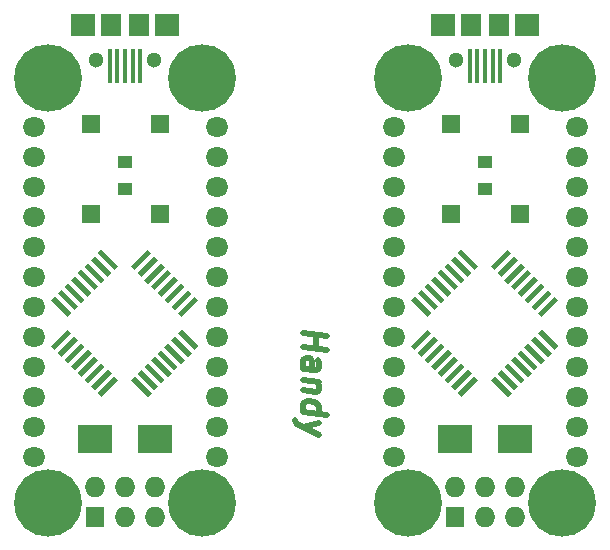
<source format=gts>
%FSLAX46Y46*%
G04 Gerber Fmt 4.6, Leading zero omitted, Abs format (unit mm)*
G04 Created by KiCad (PCBNEW (2014-08-08 BZR 5060)-product) date tir 19 aug 2014 17:24:29 CEST*
%MOMM*%
G01*
G04 APERTURE LIST*
%ADD10C,0.150000*%
%ADD11C,0.508000*%
%ADD12O,1.905000X1.651000*%
%ADD13R,1.600000X1.500000*%
%ADD14R,1.300000X1.100000*%
%ADD15R,0.400000X3.000000*%
%ADD16R,1.800000X1.900000*%
%ADD17R,2.100000X1.900000*%
%ADD18C,1.300000*%
%ADD19R,2.900000X2.400000*%
%ADD20C,5.715000*%
%ADD21R,1.650000X1.700000*%
%ADD22O,1.727200X1.727200*%
G04 APERTURE END LIST*
D10*
D11*
X50007762Y-57875715D02*
X52039762Y-58129715D01*
X51072143Y-58008763D02*
X51072143Y-59169905D01*
X50007762Y-59036857D02*
X52039762Y-59290857D01*
X50007762Y-60875334D02*
X51072143Y-61008382D01*
X51265667Y-60935810D01*
X51362429Y-60754382D01*
X51362429Y-60367334D01*
X51265667Y-60161715D01*
X50104524Y-60887430D02*
X50007762Y-60681810D01*
X50007762Y-60198000D01*
X50104524Y-60016573D01*
X50298048Y-59944001D01*
X50491571Y-59968191D01*
X50685095Y-60089144D01*
X50781857Y-60294762D01*
X50781857Y-60778572D01*
X50878619Y-60984191D01*
X51362429Y-62012287D02*
X50007762Y-61842953D01*
X51168905Y-61988096D02*
X51265667Y-62096952D01*
X51362429Y-62302572D01*
X51362429Y-62592858D01*
X51265667Y-62774286D01*
X51072143Y-62846858D01*
X50007762Y-62713810D01*
X50007762Y-64552286D02*
X52039762Y-64806286D01*
X50104524Y-64564382D02*
X50007762Y-64358762D01*
X50007762Y-63971714D01*
X50104524Y-63790286D01*
X50201286Y-63705620D01*
X50394810Y-63633048D01*
X50975381Y-63705620D01*
X51168905Y-63826572D01*
X51265667Y-63935428D01*
X51362429Y-64141048D01*
X51362429Y-64528096D01*
X51265667Y-64709524D01*
X51362429Y-65495715D02*
X50007762Y-65810190D01*
X51362429Y-66463334D02*
X50007762Y-65810190D01*
X49523952Y-65556190D01*
X49427190Y-65447334D01*
X49330429Y-65241715D01*
D12*
X73152000Y-40386000D03*
X73152000Y-42926000D03*
X73152000Y-45466000D03*
X73152000Y-48006000D03*
X73152000Y-50546000D03*
X73152000Y-53086000D03*
X73152000Y-55626000D03*
X73152000Y-58166000D03*
X73152000Y-60706000D03*
X73152000Y-63246000D03*
X73152000Y-65786000D03*
X73152000Y-68326000D03*
D13*
X68326000Y-40142000D03*
X68326000Y-47742000D03*
X62484000Y-40142000D03*
X62484000Y-47742000D03*
D10*
G36*
X63414975Y-63257094D02*
X63097074Y-62939193D01*
X64510567Y-61525700D01*
X64828468Y-61843601D01*
X63414975Y-63257094D01*
X63414975Y-63257094D01*
G37*
G36*
X62849219Y-62691338D02*
X62531318Y-62373437D01*
X63944811Y-60959944D01*
X64262712Y-61277845D01*
X62849219Y-62691338D01*
X62849219Y-62691338D01*
G37*
G36*
X62283463Y-62125582D02*
X61965562Y-61807681D01*
X63379055Y-60394188D01*
X63696956Y-60712089D01*
X62283463Y-62125582D01*
X62283463Y-62125582D01*
G37*
G36*
X61717706Y-61559826D02*
X61399805Y-61241925D01*
X62813298Y-59828432D01*
X63131199Y-60146333D01*
X61717706Y-61559826D01*
X61717706Y-61559826D01*
G37*
G36*
X61151950Y-60994070D02*
X60834049Y-60676169D01*
X62247542Y-59262676D01*
X62565443Y-59580577D01*
X61151950Y-60994070D01*
X61151950Y-60994070D01*
G37*
G36*
X60586194Y-60428313D02*
X60268293Y-60110412D01*
X61681786Y-58696919D01*
X61999687Y-59014820D01*
X60586194Y-60428313D01*
X60586194Y-60428313D01*
G37*
G36*
X60020438Y-59862557D02*
X59702537Y-59544656D01*
X61116030Y-58131163D01*
X61433931Y-58449064D01*
X60020438Y-59862557D01*
X60020438Y-59862557D01*
G37*
G36*
X59454682Y-59296801D02*
X59136781Y-58978900D01*
X60550274Y-57565407D01*
X60868175Y-57883308D01*
X59454682Y-59296801D01*
X59454682Y-59296801D01*
G37*
G36*
X66222203Y-52536464D02*
X65904302Y-52218563D01*
X67317795Y-50805070D01*
X67635696Y-51122971D01*
X66222203Y-52536464D01*
X66222203Y-52536464D01*
G37*
G36*
X70191476Y-56505738D02*
X69873575Y-56187837D01*
X71287068Y-54774344D01*
X71604969Y-55092245D01*
X70191476Y-56505738D01*
X70191476Y-56505738D01*
G37*
G36*
X69616740Y-55931001D02*
X69298839Y-55613100D01*
X70712332Y-54199607D01*
X71030233Y-54517508D01*
X69616740Y-55931001D01*
X69616740Y-55931001D01*
G37*
G36*
X69042003Y-55356265D02*
X68724102Y-55038364D01*
X70137595Y-53624871D01*
X70455496Y-53942772D01*
X69042003Y-55356265D01*
X69042003Y-55356265D01*
G37*
G36*
X68485227Y-54799489D02*
X68167326Y-54481588D01*
X69580819Y-53068095D01*
X69898720Y-53385996D01*
X68485227Y-54799489D01*
X68485227Y-54799489D01*
G37*
G36*
X67910491Y-54224753D02*
X67592590Y-53906852D01*
X69006083Y-52493359D01*
X69323984Y-52811260D01*
X67910491Y-54224753D01*
X67910491Y-54224753D01*
G37*
G36*
X67353715Y-53667977D02*
X67035814Y-53350076D01*
X68449307Y-51936583D01*
X68767208Y-52254484D01*
X67353715Y-53667977D01*
X67353715Y-53667977D01*
G37*
G36*
X66778979Y-53093240D02*
X66461078Y-52775339D01*
X67874571Y-51361846D01*
X68192472Y-51679747D01*
X66778979Y-53093240D01*
X66778979Y-53093240D01*
G37*
G36*
X60543090Y-56473409D02*
X59129597Y-55059916D01*
X59447498Y-54742015D01*
X60860991Y-56155508D01*
X60543090Y-56473409D01*
X60543090Y-56473409D01*
G37*
G36*
X61107050Y-55909449D02*
X59693557Y-54495956D01*
X60011458Y-54178055D01*
X61424951Y-55591548D01*
X61107050Y-55909449D01*
X61107050Y-55909449D01*
G37*
G36*
X61674602Y-55341896D02*
X60261109Y-53928403D01*
X60579010Y-53610502D01*
X61992503Y-55023995D01*
X61674602Y-55341896D01*
X61674602Y-55341896D01*
G37*
G36*
X62238562Y-54777936D02*
X60825069Y-53364443D01*
X61142970Y-53046542D01*
X62556463Y-54460035D01*
X62238562Y-54777936D01*
X62238562Y-54777936D01*
G37*
G36*
X62806114Y-54210384D02*
X61392621Y-52796891D01*
X61710522Y-52478990D01*
X63124015Y-53892483D01*
X62806114Y-54210384D01*
X62806114Y-54210384D01*
G37*
G36*
X63370074Y-53646424D02*
X61956581Y-52232931D01*
X62274482Y-51915030D01*
X63687975Y-53328523D01*
X63370074Y-53646424D01*
X63370074Y-53646424D01*
G37*
G36*
X63937627Y-53078872D02*
X62524134Y-51665379D01*
X62842035Y-51347478D01*
X64255528Y-52760971D01*
X63937627Y-53078872D01*
X63937627Y-53078872D01*
G37*
G36*
X64501587Y-52514912D02*
X63088094Y-51101419D01*
X63405995Y-50783518D01*
X64819488Y-52197011D01*
X64501587Y-52514912D01*
X64501587Y-52514912D01*
G37*
G36*
X67335755Y-63258890D02*
X65922262Y-61845397D01*
X66240163Y-61527496D01*
X67653656Y-62940989D01*
X67335755Y-63258890D01*
X67335755Y-63258890D01*
G37*
G36*
X67892531Y-62702114D02*
X66479038Y-61288621D01*
X66796939Y-60970720D01*
X68210432Y-62384213D01*
X67892531Y-62702114D01*
X67892531Y-62702114D01*
G37*
G36*
X68467268Y-62127378D02*
X67053775Y-60713885D01*
X67371676Y-60395984D01*
X68785169Y-61809477D01*
X68467268Y-62127378D01*
X68467268Y-62127378D01*
G37*
G36*
X69024044Y-61570602D02*
X67610551Y-60157109D01*
X67928452Y-59839208D01*
X69341945Y-61252701D01*
X69024044Y-61570602D01*
X69024044Y-61570602D01*
G37*
G36*
X69580819Y-61013826D02*
X68167326Y-59600333D01*
X68485227Y-59282432D01*
X69898720Y-60695925D01*
X69580819Y-61013826D01*
X69580819Y-61013826D01*
G37*
G36*
X70155556Y-60439090D02*
X68742063Y-59025597D01*
X69059964Y-58707696D01*
X70473457Y-60121189D01*
X70155556Y-60439090D01*
X70155556Y-60439090D01*
G37*
G36*
X70730292Y-59864353D02*
X69316799Y-58450860D01*
X69634700Y-58132959D01*
X71048193Y-59546452D01*
X70730292Y-59864353D01*
X70730292Y-59864353D01*
G37*
G36*
X71305029Y-59289617D02*
X69891536Y-57876124D01*
X70209437Y-57558223D01*
X71622930Y-58971716D01*
X71305029Y-59289617D01*
X71305029Y-59289617D01*
G37*
D14*
X65430400Y-45676200D03*
X65430400Y-43376200D03*
D15*
X66705000Y-35242000D03*
X66055000Y-35242000D03*
X65405000Y-35242000D03*
X64755000Y-35242000D03*
X64105000Y-35242000D03*
D16*
X66555000Y-31742000D03*
X64255000Y-31742000D03*
D17*
X68992500Y-31742000D03*
X61817500Y-31742000D03*
D18*
X62980000Y-34742000D03*
X67830000Y-34742000D03*
D19*
X62855000Y-66827400D03*
X67955000Y-66827400D03*
D20*
X58905000Y-72263000D03*
X71905000Y-72263000D03*
X58905000Y-36263000D03*
X71905000Y-36263000D03*
D21*
X62870000Y-73441000D03*
D22*
X62870000Y-70901000D03*
X65410000Y-73441000D03*
X65410000Y-70901000D03*
X67950000Y-73441000D03*
X67950000Y-70901000D03*
D12*
X57658000Y-68326000D03*
X57658000Y-65786000D03*
X57658000Y-63246000D03*
X57658000Y-60706000D03*
X57658000Y-58166000D03*
X57658000Y-55626000D03*
X57658000Y-53086000D03*
X57658000Y-50546000D03*
X57658000Y-48006000D03*
X57658000Y-45466000D03*
X57658000Y-42926000D03*
X57658000Y-40386000D03*
X27178000Y-68326000D03*
X27178000Y-65786000D03*
X27178000Y-63246000D03*
X27178000Y-60706000D03*
X27178000Y-58166000D03*
X27178000Y-55626000D03*
X27178000Y-53086000D03*
X27178000Y-50546000D03*
X27178000Y-48006000D03*
X27178000Y-45466000D03*
X27178000Y-42926000D03*
X27178000Y-40386000D03*
D21*
X32390000Y-73441000D03*
D22*
X32390000Y-70901000D03*
X34930000Y-73441000D03*
X34930000Y-70901000D03*
X37470000Y-73441000D03*
X37470000Y-70901000D03*
D20*
X41425000Y-36263000D03*
X28425000Y-36263000D03*
X41425000Y-72263000D03*
X28425000Y-72263000D03*
D19*
X32375000Y-66827400D03*
X37475000Y-66827400D03*
D15*
X36225000Y-35242000D03*
X35575000Y-35242000D03*
X34925000Y-35242000D03*
X34275000Y-35242000D03*
X33625000Y-35242000D03*
D16*
X36075000Y-31742000D03*
X33775000Y-31742000D03*
D17*
X38512500Y-31742000D03*
X31337500Y-31742000D03*
D18*
X32500000Y-34742000D03*
X37350000Y-34742000D03*
D14*
X34950400Y-45676200D03*
X34950400Y-43376200D03*
D10*
G36*
X32934975Y-63257094D02*
X32617074Y-62939193D01*
X34030567Y-61525700D01*
X34348468Y-61843601D01*
X32934975Y-63257094D01*
X32934975Y-63257094D01*
G37*
G36*
X32369219Y-62691338D02*
X32051318Y-62373437D01*
X33464811Y-60959944D01*
X33782712Y-61277845D01*
X32369219Y-62691338D01*
X32369219Y-62691338D01*
G37*
G36*
X31803463Y-62125582D02*
X31485562Y-61807681D01*
X32899055Y-60394188D01*
X33216956Y-60712089D01*
X31803463Y-62125582D01*
X31803463Y-62125582D01*
G37*
G36*
X31237706Y-61559826D02*
X30919805Y-61241925D01*
X32333298Y-59828432D01*
X32651199Y-60146333D01*
X31237706Y-61559826D01*
X31237706Y-61559826D01*
G37*
G36*
X30671950Y-60994070D02*
X30354049Y-60676169D01*
X31767542Y-59262676D01*
X32085443Y-59580577D01*
X30671950Y-60994070D01*
X30671950Y-60994070D01*
G37*
G36*
X30106194Y-60428313D02*
X29788293Y-60110412D01*
X31201786Y-58696919D01*
X31519687Y-59014820D01*
X30106194Y-60428313D01*
X30106194Y-60428313D01*
G37*
G36*
X29540438Y-59862557D02*
X29222537Y-59544656D01*
X30636030Y-58131163D01*
X30953931Y-58449064D01*
X29540438Y-59862557D01*
X29540438Y-59862557D01*
G37*
G36*
X28974682Y-59296801D02*
X28656781Y-58978900D01*
X30070274Y-57565407D01*
X30388175Y-57883308D01*
X28974682Y-59296801D01*
X28974682Y-59296801D01*
G37*
G36*
X35742203Y-52536464D02*
X35424302Y-52218563D01*
X36837795Y-50805070D01*
X37155696Y-51122971D01*
X35742203Y-52536464D01*
X35742203Y-52536464D01*
G37*
G36*
X39711476Y-56505738D02*
X39393575Y-56187837D01*
X40807068Y-54774344D01*
X41124969Y-55092245D01*
X39711476Y-56505738D01*
X39711476Y-56505738D01*
G37*
G36*
X39136740Y-55931001D02*
X38818839Y-55613100D01*
X40232332Y-54199607D01*
X40550233Y-54517508D01*
X39136740Y-55931001D01*
X39136740Y-55931001D01*
G37*
G36*
X38562003Y-55356265D02*
X38244102Y-55038364D01*
X39657595Y-53624871D01*
X39975496Y-53942772D01*
X38562003Y-55356265D01*
X38562003Y-55356265D01*
G37*
G36*
X38005227Y-54799489D02*
X37687326Y-54481588D01*
X39100819Y-53068095D01*
X39418720Y-53385996D01*
X38005227Y-54799489D01*
X38005227Y-54799489D01*
G37*
G36*
X37430491Y-54224753D02*
X37112590Y-53906852D01*
X38526083Y-52493359D01*
X38843984Y-52811260D01*
X37430491Y-54224753D01*
X37430491Y-54224753D01*
G37*
G36*
X36873715Y-53667977D02*
X36555814Y-53350076D01*
X37969307Y-51936583D01*
X38287208Y-52254484D01*
X36873715Y-53667977D01*
X36873715Y-53667977D01*
G37*
G36*
X36298979Y-53093240D02*
X35981078Y-52775339D01*
X37394571Y-51361846D01*
X37712472Y-51679747D01*
X36298979Y-53093240D01*
X36298979Y-53093240D01*
G37*
G36*
X30063090Y-56473409D02*
X28649597Y-55059916D01*
X28967498Y-54742015D01*
X30380991Y-56155508D01*
X30063090Y-56473409D01*
X30063090Y-56473409D01*
G37*
G36*
X30627050Y-55909449D02*
X29213557Y-54495956D01*
X29531458Y-54178055D01*
X30944951Y-55591548D01*
X30627050Y-55909449D01*
X30627050Y-55909449D01*
G37*
G36*
X31194602Y-55341896D02*
X29781109Y-53928403D01*
X30099010Y-53610502D01*
X31512503Y-55023995D01*
X31194602Y-55341896D01*
X31194602Y-55341896D01*
G37*
G36*
X31758562Y-54777936D02*
X30345069Y-53364443D01*
X30662970Y-53046542D01*
X32076463Y-54460035D01*
X31758562Y-54777936D01*
X31758562Y-54777936D01*
G37*
G36*
X32326114Y-54210384D02*
X30912621Y-52796891D01*
X31230522Y-52478990D01*
X32644015Y-53892483D01*
X32326114Y-54210384D01*
X32326114Y-54210384D01*
G37*
G36*
X32890074Y-53646424D02*
X31476581Y-52232931D01*
X31794482Y-51915030D01*
X33207975Y-53328523D01*
X32890074Y-53646424D01*
X32890074Y-53646424D01*
G37*
G36*
X33457627Y-53078872D02*
X32044134Y-51665379D01*
X32362035Y-51347478D01*
X33775528Y-52760971D01*
X33457627Y-53078872D01*
X33457627Y-53078872D01*
G37*
G36*
X34021587Y-52514912D02*
X32608094Y-51101419D01*
X32925995Y-50783518D01*
X34339488Y-52197011D01*
X34021587Y-52514912D01*
X34021587Y-52514912D01*
G37*
G36*
X36855755Y-63258890D02*
X35442262Y-61845397D01*
X35760163Y-61527496D01*
X37173656Y-62940989D01*
X36855755Y-63258890D01*
X36855755Y-63258890D01*
G37*
G36*
X37412531Y-62702114D02*
X35999038Y-61288621D01*
X36316939Y-60970720D01*
X37730432Y-62384213D01*
X37412531Y-62702114D01*
X37412531Y-62702114D01*
G37*
G36*
X37987268Y-62127378D02*
X36573775Y-60713885D01*
X36891676Y-60395984D01*
X38305169Y-61809477D01*
X37987268Y-62127378D01*
X37987268Y-62127378D01*
G37*
G36*
X38544044Y-61570602D02*
X37130551Y-60157109D01*
X37448452Y-59839208D01*
X38861945Y-61252701D01*
X38544044Y-61570602D01*
X38544044Y-61570602D01*
G37*
G36*
X39100819Y-61013826D02*
X37687326Y-59600333D01*
X38005227Y-59282432D01*
X39418720Y-60695925D01*
X39100819Y-61013826D01*
X39100819Y-61013826D01*
G37*
G36*
X39675556Y-60439090D02*
X38262063Y-59025597D01*
X38579964Y-58707696D01*
X39993457Y-60121189D01*
X39675556Y-60439090D01*
X39675556Y-60439090D01*
G37*
G36*
X40250292Y-59864353D02*
X38836799Y-58450860D01*
X39154700Y-58132959D01*
X40568193Y-59546452D01*
X40250292Y-59864353D01*
X40250292Y-59864353D01*
G37*
G36*
X40825029Y-59289617D02*
X39411536Y-57876124D01*
X39729437Y-57558223D01*
X41142930Y-58971716D01*
X40825029Y-59289617D01*
X40825029Y-59289617D01*
G37*
D13*
X32004000Y-40142000D03*
X32004000Y-47742000D03*
X37846000Y-40142000D03*
X37846000Y-47742000D03*
D12*
X42672000Y-40386000D03*
X42672000Y-42926000D03*
X42672000Y-45466000D03*
X42672000Y-48006000D03*
X42672000Y-50546000D03*
X42672000Y-53086000D03*
X42672000Y-55626000D03*
X42672000Y-58166000D03*
X42672000Y-60706000D03*
X42672000Y-63246000D03*
X42672000Y-65786000D03*
X42672000Y-68326000D03*
M02*

</source>
